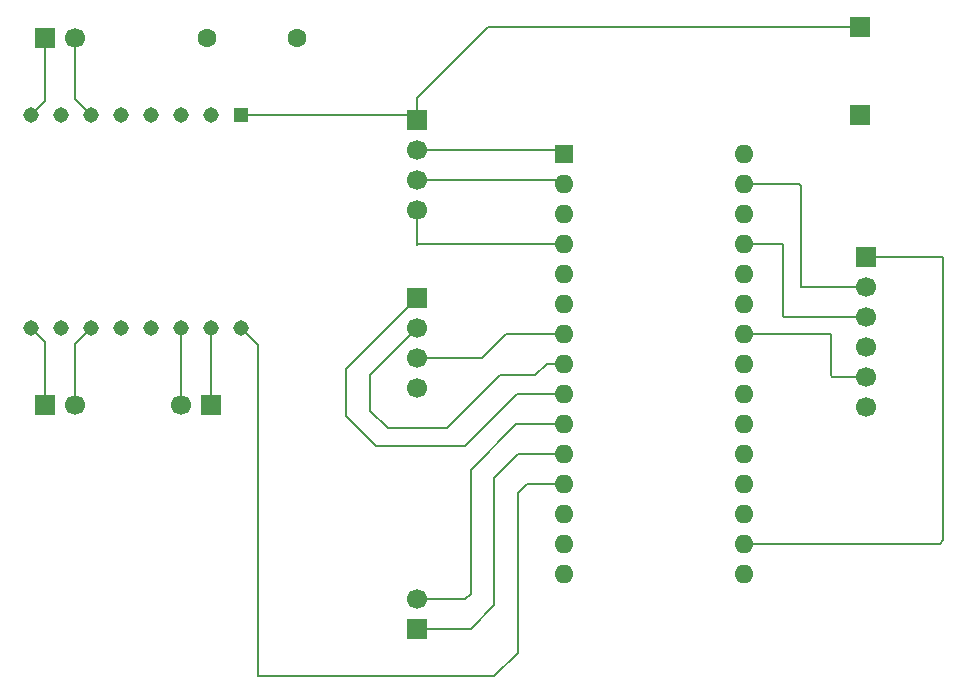
<source format=gbr>
%TF.GenerationSoftware,KiCad,Pcbnew,9.0.5*%
%TF.CreationDate,2026-02-14T18:46:13+01:00*%
%TF.ProjectId,DriveAssist_Kicad,44726976-6541-4737-9369-73745f4b6963,1.0*%
%TF.SameCoordinates,Original*%
%TF.FileFunction,Copper,L1,Top*%
%TF.FilePolarity,Positive*%
%FSLAX46Y46*%
G04 Gerber Fmt 4.6, Leading zero omitted, Abs format (unit mm)*
G04 Created by KiCad (PCBNEW 9.0.5) date 2026-02-14 18:46:13*
%MOMM*%
%LPD*%
G01*
G04 APERTURE LIST*
%TA.AperFunction,ComponentPad*%
%ADD10R,1.700000X1.700000*%
%TD*%
%TA.AperFunction,ComponentPad*%
%ADD11C,1.700000*%
%TD*%
%TA.AperFunction,ComponentPad*%
%ADD12R,1.600000X1.600000*%
%TD*%
%TA.AperFunction,ComponentPad*%
%ADD13O,1.600000X1.600000*%
%TD*%
%TA.AperFunction,ComponentPad*%
%ADD14R,1.308000X1.308000*%
%TD*%
%TA.AperFunction,ComponentPad*%
%ADD15C,1.308000*%
%TD*%
%TA.AperFunction,ComponentPad*%
%ADD16C,1.600000*%
%TD*%
%TA.AperFunction,Conductor*%
%ADD17C,0.200000*%
%TD*%
G04 APERTURE END LIST*
D10*
%TO.P,J2,1,Pin_1*%
%TO.N,+5V*%
X147000000Y-80920000D03*
D11*
%TO.P,J2,2,Pin_2*%
%TO.N,Net-(A1-D1{slash}TX)*%
X147000000Y-83460000D03*
%TO.P,J2,3,Pin_3*%
%TO.N,Net-(A1-D0{slash}RX)*%
X147000000Y-86000000D03*
%TO.P,J2,4,Pin_4*%
%TO.N,GND 2*%
X147000000Y-88540000D03*
%TD*%
D12*
%TO.P,A1,1,D1/TX*%
%TO.N,Net-(A1-D1{slash}TX)*%
X159400000Y-83770000D03*
D13*
%TO.P,A1,2,D0/RX*%
%TO.N,Net-(A1-D0{slash}RX)*%
X159400000Y-86310000D03*
%TO.P,A1,3,~{RESET}*%
%TO.N,unconnected-(A1-~{RESET}-Pad3)*%
X159400000Y-88850000D03*
%TO.P,A1,4,GND*%
%TO.N,GND 2*%
X159400000Y-91390000D03*
%TO.P,A1,5,D2*%
%TO.N,Net-(A1-D2)*%
X159400000Y-93930000D03*
%TO.P,A1,6,D3*%
%TO.N,Net-(A1-D3)*%
X159400000Y-96470000D03*
%TO.P,A1,7,D4*%
%TO.N,Net-(A1-D4)*%
X159400000Y-99010000D03*
%TO.P,A1,8,D5*%
%TO.N,Net-(A1-D5)*%
X159400000Y-101550000D03*
%TO.P,A1,9,D6*%
%TO.N,Net-(A1-D6)*%
X159400000Y-104090000D03*
%TO.P,A1,10,D7*%
%TO.N,Net-(A1-D7)*%
X159400000Y-106630000D03*
%TO.P,A1,11,D8*%
%TO.N,Net-(A1-D8)*%
X159400000Y-109170000D03*
%TO.P,A1,12,D9*%
%TO.N,Net-(A1-D9)*%
X159400000Y-111710000D03*
%TO.P,A1,13,D10*%
%TO.N,Net-(A1-D10)*%
X159400000Y-114250000D03*
%TO.P,A1,14,D11*%
%TO.N,Net-(A1-D11)*%
X159400000Y-116790000D03*
%TO.P,A1,15,D12*%
%TO.N,unconnected-(A1-D12-Pad15)*%
X159400000Y-119330000D03*
%TO.P,A1,16,D13*%
%TO.N,unconnected-(A1-D13-Pad16)*%
X174640000Y-119330000D03*
%TO.P,A1,17,3V3*%
%TO.N,+3.3V*%
X174640000Y-116790000D03*
%TO.P,A1,18,AREF*%
%TO.N,unconnected-(A1-AREF-Pad18)*%
X174640000Y-114250000D03*
%TO.P,A1,19,A0*%
%TO.N,unconnected-(A1-A0-Pad19)*%
X174640000Y-111710000D03*
%TO.P,A1,20,A1*%
%TO.N,unconnected-(A1-A1-Pad20)*%
X174640000Y-109170000D03*
%TO.P,A1,21,A2*%
%TO.N,unconnected-(A1-A2-Pad21)*%
X174640000Y-106630000D03*
%TO.P,A1,22,A3*%
%TO.N,unconnected-(A1-A3-Pad22)*%
X174640000Y-104090000D03*
%TO.P,A1,23,A4*%
%TO.N,Net-(A1-A4)*%
X174640000Y-101550000D03*
%TO.P,A1,24,A5*%
%TO.N,Net-(A1-A5)*%
X174640000Y-99010000D03*
%TO.P,A1,25,A6*%
%TO.N,unconnected-(A1-A6-Pad25)*%
X174640000Y-96470000D03*
%TO.P,A1,26,A7*%
%TO.N,unconnected-(A1-A7-Pad26)*%
X174640000Y-93930000D03*
%TO.P,A1,27,+5V*%
%TO.N,+5V*%
X174640000Y-91390000D03*
%TO.P,A1,28,~{RESET}*%
%TO.N,unconnected-(A1-~{RESET}-Pad28)*%
X174640000Y-88850000D03*
%TO.P,A1,29,GND*%
%TO.N,GND 1*%
X174640000Y-86310000D03*
%TO.P,A1,30,VIN*%
%TO.N,unconnected-(A1-VIN-Pad30)*%
X174640000Y-83770000D03*
%TD*%
D10*
%TO.P,J9,1,Pin_1*%
%TO.N,GND 2*%
X184500000Y-80500000D03*
%TD*%
%TO.P,J1,1,Pin_1*%
%TO.N,+3.3V*%
X185000000Y-92460000D03*
D11*
%TO.P,J1,2,Pin_2*%
%TO.N,GND 1*%
X185000000Y-95000000D03*
%TO.P,J1,3,Pin_3*%
%TO.N,+5V*%
X185000000Y-97540000D03*
%TO.P,J1,4,Pin_4*%
%TO.N,Net-(A1-A4)*%
X185000000Y-100080000D03*
%TO.P,J1,5,Pin_5*%
%TO.N,Net-(A1-A5)*%
X185000000Y-102620000D03*
%TO.P,J1,6,Pin_6*%
%TO.N,Net-(A1-D2)*%
X185000000Y-105160000D03*
%TD*%
D10*
%TO.P,J8,1,Pin_1*%
%TO.N,+5V*%
X184500000Y-73000000D03*
%TD*%
%TO.P,J3,1,Pin_1*%
%TO.N,Net-(J3-Pin_1)*%
X115460000Y-74000000D03*
D11*
%TO.P,J3,2,Pin_2*%
%TO.N,Net-(J3-Pin_2)*%
X118000000Y-74000000D03*
%TD*%
D14*
%TO.P,U1,1,VCC*%
%TO.N,+5V*%
X132048000Y-80503000D03*
D15*
%TO.P,U1,2,RX*%
%TO.N,Net-(U1-RX)*%
X129508000Y-80503000D03*
%TO.P,U1,3,TX*%
%TO.N,Net-(A1-D10)*%
X126968000Y-80503000D03*
%TO.P,U1,4,DAC_R*%
%TO.N,unconnected-(U1-DAC_R-Pad4)*%
X124428000Y-80503000D03*
%TO.P,U1,5,DAC_L*%
%TO.N,unconnected-(U1-DAC_L-Pad5)*%
X121888000Y-80503000D03*
%TO.P,U1,6,SPK1*%
%TO.N,Net-(J3-Pin_2)*%
X119348000Y-80503000D03*
%TO.P,U1,7,GND*%
%TO.N,GND 2*%
X116808000Y-80503000D03*
%TO.P,U1,8,SPK2*%
%TO.N,Net-(J3-Pin_1)*%
X114268000Y-80503000D03*
%TO.P,U1,9,IO1*%
%TO.N,Net-(J4-Pin_1)*%
X114268000Y-98537000D03*
%TO.P,U1,10,GND*%
%TO.N,GND 2*%
X116808000Y-98537000D03*
%TO.P,U1,11,IO2*%
%TO.N,Net-(J4-Pin_2)*%
X119348000Y-98537000D03*
%TO.P,U1,12,ADKEY1*%
%TO.N,unconnected-(U1-ADKEY1-Pad12)*%
X121888000Y-98537000D03*
%TO.P,U1,13,ADKEY2*%
%TO.N,unconnected-(U1-ADKEY2-Pad13)*%
X124428000Y-98537000D03*
%TO.P,U1,14,USB+*%
%TO.N,Net-(J5-Pin_2)*%
X126968000Y-98537000D03*
%TO.P,U1,15,USB-*%
%TO.N,Net-(J5-Pin_1)*%
X129508000Y-98537000D03*
%TO.P,U1,16,BUSY*%
%TO.N,Net-(A1-D9)*%
X132048000Y-98537000D03*
%TD*%
D16*
%TO.P,R1,1*%
%TO.N,Net-(A1-D11)*%
X136810000Y-74000000D03*
%TO.P,R1,2*%
%TO.N,Net-(U1-RX)*%
X129190000Y-74000000D03*
%TD*%
D10*
%TO.P,J6,1,Pin_1*%
%TO.N,Net-(A1-D6)*%
X147000000Y-95960000D03*
D11*
%TO.P,J6,2,Pin_2*%
%TO.N,Net-(A1-D5)*%
X147000000Y-98500000D03*
%TO.P,J6,3,Pin_3*%
%TO.N,Net-(A1-D4)*%
X147000000Y-101040000D03*
%TO.P,J6,4,Pin_4*%
%TO.N,Net-(A1-D3)*%
X147000000Y-103580000D03*
%TD*%
D10*
%TO.P,J7,1,Pin_1*%
%TO.N,Net-(A1-D8)*%
X147000000Y-124000000D03*
D11*
%TO.P,J7,2,Pin_2*%
%TO.N,Net-(A1-D7)*%
X147000000Y-121460000D03*
%TD*%
D10*
%TO.P,J5,1,Pin_1*%
%TO.N,Net-(J5-Pin_1)*%
X129540000Y-105000000D03*
D11*
%TO.P,J5,2,Pin_2*%
%TO.N,Net-(J5-Pin_2)*%
X127000000Y-105000000D03*
%TD*%
D10*
%TO.P,J4,1,Pin_1*%
%TO.N,Net-(J4-Pin_1)*%
X115460000Y-105000000D03*
D11*
%TO.P,J4,2,Pin_2*%
%TO.N,Net-(J4-Pin_2)*%
X118000000Y-105000000D03*
%TD*%
D17*
%TO.N,Net-(A1-D9)*%
X156290000Y-111710000D02*
X159400000Y-111710000D01*
X155500000Y-112500000D02*
X156290000Y-111710000D01*
X153500000Y-128000000D02*
X155500000Y-126000000D01*
X155500000Y-126000000D02*
X155500000Y-112500000D01*
X133500000Y-128000000D02*
X153500000Y-128000000D01*
X132048000Y-98537000D02*
X133500000Y-99989000D01*
X133500000Y-99989000D02*
X133500000Y-128000000D01*
%TO.N,Net-(A1-D8)*%
X155500000Y-109170000D02*
X159400000Y-109170000D01*
X153500000Y-111170000D02*
X155500000Y-109170000D01*
X153500000Y-122000000D02*
X153500000Y-111170000D01*
X151500000Y-124000000D02*
X153500000Y-122000000D01*
X147000000Y-124000000D02*
X151500000Y-124000000D01*
%TO.N,Net-(A1-D7)*%
X155370000Y-106630000D02*
X159400000Y-106630000D01*
X151500000Y-110500000D02*
X155370000Y-106630000D01*
X151500000Y-121000000D02*
X151500000Y-110500000D01*
X151040000Y-121460000D02*
X151500000Y-121000000D01*
X147000000Y-121460000D02*
X151040000Y-121460000D01*
%TO.N,Net-(A1-D4)*%
X154490000Y-99010000D02*
X159400000Y-99010000D01*
X152460000Y-101040000D02*
X154490000Y-99010000D01*
X147000000Y-101040000D02*
X152460000Y-101040000D01*
%TO.N,Net-(A1-D5)*%
X157950000Y-101550000D02*
X159400000Y-101550000D01*
X157000000Y-102500000D02*
X157950000Y-101550000D01*
X154000000Y-102500000D02*
X157000000Y-102500000D01*
X149500000Y-107000000D02*
X154000000Y-102500000D01*
X144500000Y-107000000D02*
X149500000Y-107000000D01*
X143000000Y-105500000D02*
X144500000Y-107000000D01*
X143000000Y-102500000D02*
X143000000Y-105500000D01*
X147000000Y-98500000D02*
X143000000Y-102500000D01*
%TO.N,+3.3V*%
X191210000Y-116790000D02*
X174640000Y-116790000D01*
X185000000Y-92460000D02*
X191460000Y-92460000D01*
X191500000Y-92500000D02*
X191500000Y-116500000D01*
X191500000Y-116500000D02*
X191210000Y-116790000D01*
X191460000Y-92460000D02*
X191500000Y-92500000D01*
%TO.N,Net-(A1-A5)*%
X174640000Y-99010000D02*
X181990000Y-99010000D01*
X182000000Y-99000000D02*
X182000000Y-102500000D01*
X181990000Y-99010000D02*
X182000000Y-99000000D01*
X182000000Y-102500000D02*
X182120000Y-102620000D01*
X182120000Y-102620000D02*
X185000000Y-102620000D01*
%TO.N,GND 1*%
X179500000Y-86500000D02*
X179500000Y-95000000D01*
X179500000Y-95000000D02*
X185000000Y-95000000D01*
X179310000Y-86310000D02*
X179500000Y-86500000D01*
X174640000Y-86310000D02*
X179310000Y-86310000D01*
%TO.N,+5V*%
X177890000Y-91390000D02*
X178000000Y-91500000D01*
X178040000Y-97540000D02*
X185000000Y-97540000D01*
X178000000Y-91500000D02*
X178000000Y-97500000D01*
X132048000Y-80503000D02*
X146583000Y-80503000D01*
X153000000Y-73000000D02*
X184500000Y-73000000D01*
X178000000Y-97500000D02*
X178040000Y-97540000D01*
X147000000Y-80920000D02*
X147000000Y-79000000D01*
X147000000Y-79000000D02*
X153000000Y-73000000D01*
X146583000Y-80503000D02*
X147000000Y-80920000D01*
X174640000Y-91390000D02*
X177890000Y-91390000D01*
%TO.N,GND 2*%
X147000000Y-88540000D02*
X147000000Y-91500000D01*
X147110000Y-91390000D02*
X159400000Y-91390000D01*
X147000000Y-91500000D02*
X147110000Y-91390000D01*
%TO.N,Net-(A1-D0{slash}RX)*%
X147000000Y-86000000D02*
X159090000Y-86000000D01*
X159090000Y-86000000D02*
X159400000Y-86310000D01*
%TO.N,Net-(A1-D1{slash}TX)*%
X147000000Y-83460000D02*
X159090000Y-83460000D01*
X159090000Y-83460000D02*
X159400000Y-83770000D01*
%TO.N,Net-(A1-D6)*%
X155410000Y-104090000D02*
X159400000Y-104090000D01*
X151000000Y-108500000D02*
X155410000Y-104090000D01*
X147000000Y-95960000D02*
X141000000Y-101960000D01*
X141000000Y-106000000D02*
X143500000Y-108500000D01*
X141000000Y-101960000D02*
X141000000Y-106000000D01*
X143500000Y-108500000D02*
X151000000Y-108500000D01*
%TO.N,Net-(J3-Pin_1)*%
X115460000Y-79311000D02*
X115460000Y-74000000D01*
X114268000Y-80503000D02*
X115460000Y-79311000D01*
%TO.N,Net-(J3-Pin_2)*%
X119348000Y-80503000D02*
X118000000Y-79155000D01*
X118000000Y-79155000D02*
X118000000Y-74000000D01*
%TO.N,Net-(J4-Pin_2)*%
X118000000Y-99885000D02*
X118000000Y-105000000D01*
X119348000Y-98537000D02*
X118000000Y-99885000D01*
%TO.N,Net-(J4-Pin_1)*%
X114268000Y-98537000D02*
X115460000Y-99729000D01*
X115460000Y-99729000D02*
X115460000Y-105000000D01*
%TO.N,Net-(J5-Pin_2)*%
X126968000Y-104968000D02*
X127000000Y-105000000D01*
X126968000Y-98537000D02*
X126968000Y-104968000D01*
%TO.N,Net-(J5-Pin_1)*%
X129508000Y-98537000D02*
X129508000Y-104968000D01*
X129508000Y-104968000D02*
X129540000Y-105000000D01*
%TO.N,Net-(U1-RX)*%
X129508000Y-74318000D02*
X129190000Y-74000000D01*
%TD*%
M02*

</source>
